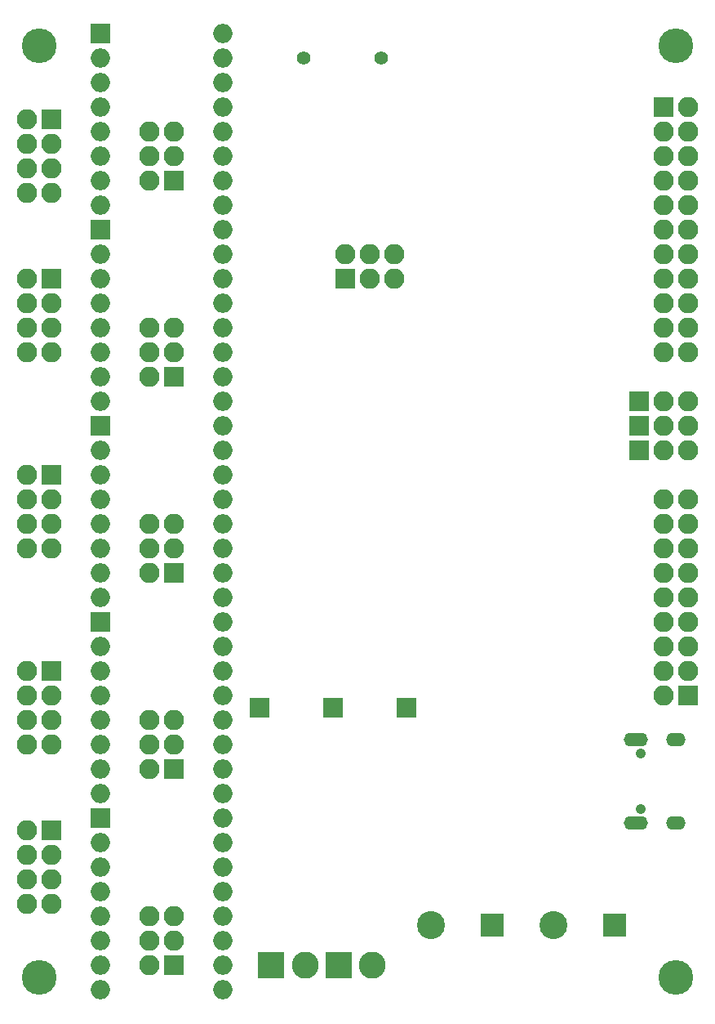
<source format=gbr>
G04 #@! TF.GenerationSoftware,KiCad,Pcbnew,5.1.2-f72e74a~84~ubuntu18.04.1*
G04 #@! TF.CreationDate,2019-07-05T19:17:41+01:00*
G04 #@! TF.ProjectId,esp32controller,65737033-3263-46f6-9e74-726f6c6c6572,rev?*
G04 #@! TF.SameCoordinates,Original*
G04 #@! TF.FileFunction,Soldermask,Bot*
G04 #@! TF.FilePolarity,Negative*
%FSLAX46Y46*%
G04 Gerber Fmt 4.6, Leading zero omitted, Abs format (unit mm)*
G04 Created by KiCad (PCBNEW 5.1.2-f72e74a~84~ubuntu18.04.1) date 2019-07-05 19:17:41*
%MOMM*%
%LPD*%
G04 APERTURE LIST*
%ADD10O,2.100000X2.100000*%
%ADD11R,2.100000X2.100000*%
%ADD12O,2.000000X2.000000*%
%ADD13R,2.000000X2.000000*%
%ADD14C,3.600000*%
%ADD15C,1.400000*%
%ADD16C,1.050000*%
%ADD17O,2.000000X1.400000*%
%ADD18O,2.500000X1.400000*%
%ADD19R,2.398980X2.398980*%
%ADD20C,2.899360*%
%ADD21R,2.800000X2.800000*%
%ADD22C,2.800000*%
G04 APERTURE END LIST*
D10*
X67310000Y-49530000D03*
X69850000Y-49530000D03*
X67310000Y-52070000D03*
X69850000Y-52070000D03*
X67310000Y-54610000D03*
X69850000Y-54610000D03*
X67310000Y-57150000D03*
X69850000Y-57150000D03*
X67310000Y-59690000D03*
X69850000Y-59690000D03*
X67310000Y-62230000D03*
X69850000Y-62230000D03*
X67310000Y-64770000D03*
X69850000Y-64770000D03*
X67310000Y-67310000D03*
X69850000Y-67310000D03*
X67310000Y-69850000D03*
D11*
X69850000Y-69850000D03*
X67310000Y-8890000D03*
D10*
X69850000Y-8890000D03*
X67310000Y-11430000D03*
X69850000Y-11430000D03*
X67310000Y-13970000D03*
X69850000Y-13970000D03*
X67310000Y-16510000D03*
X69850000Y-16510000D03*
X67310000Y-19050000D03*
X69850000Y-19050000D03*
X67310000Y-21590000D03*
X69850000Y-21590000D03*
X67310000Y-24130000D03*
X69850000Y-24130000D03*
X67310000Y-26670000D03*
X69850000Y-26670000D03*
X67310000Y-29210000D03*
X69850000Y-29210000D03*
X67310000Y-31750000D03*
X69850000Y-31750000D03*
X67310000Y-34290000D03*
X69850000Y-34290000D03*
D12*
X21590000Y-1270000D03*
X8890000Y-19050000D03*
X21590000Y-3810000D03*
X8890000Y-16510000D03*
X21590000Y-6350000D03*
X8890000Y-13970000D03*
X21590000Y-8890000D03*
X8890000Y-11430000D03*
X21590000Y-11430000D03*
X8890000Y-8890000D03*
X21590000Y-13970000D03*
X8890000Y-6350000D03*
X21590000Y-16510000D03*
X8890000Y-3810000D03*
X21590000Y-19050000D03*
D13*
X8890000Y-1270000D03*
D14*
X68580000Y-2540000D03*
X2540000Y-2540000D03*
X2540000Y-99060000D03*
X68580000Y-99060000D03*
D13*
X8890000Y-62230000D03*
D12*
X21590000Y-80010000D03*
X8890000Y-64770000D03*
X21590000Y-77470000D03*
X8890000Y-67310000D03*
X21590000Y-74930000D03*
X8890000Y-69850000D03*
X21590000Y-72390000D03*
X8890000Y-72390000D03*
X21590000Y-69850000D03*
X8890000Y-74930000D03*
X21590000Y-67310000D03*
X8890000Y-77470000D03*
X21590000Y-64770000D03*
X8890000Y-80010000D03*
X21590000Y-62230000D03*
D13*
X8890000Y-21590000D03*
D12*
X21590000Y-39370000D03*
X8890000Y-24130000D03*
X21590000Y-36830000D03*
X8890000Y-26670000D03*
X21590000Y-34290000D03*
X8890000Y-29210000D03*
X21590000Y-31750000D03*
X8890000Y-31750000D03*
X21590000Y-29210000D03*
X8890000Y-34290000D03*
X21590000Y-26670000D03*
X8890000Y-36830000D03*
X21590000Y-24130000D03*
X8890000Y-39370000D03*
X21590000Y-21590000D03*
X21590000Y-82550000D03*
X8890000Y-100330000D03*
X21590000Y-85090000D03*
X8890000Y-97790000D03*
X21590000Y-87630000D03*
X8890000Y-95250000D03*
X21590000Y-90170000D03*
X8890000Y-92710000D03*
X21590000Y-92710000D03*
X8890000Y-90170000D03*
X21590000Y-95250000D03*
X8890000Y-87630000D03*
X21590000Y-97790000D03*
X8890000Y-85090000D03*
X21590000Y-100330000D03*
D13*
X8890000Y-82550000D03*
X8890000Y-41910000D03*
D12*
X21590000Y-59690000D03*
X8890000Y-44450000D03*
X21590000Y-57150000D03*
X8890000Y-46990000D03*
X21590000Y-54610000D03*
X8890000Y-49530000D03*
X21590000Y-52070000D03*
X8890000Y-52070000D03*
X21590000Y-49530000D03*
X8890000Y-54610000D03*
X21590000Y-46990000D03*
X8890000Y-57150000D03*
X21590000Y-44450000D03*
X8890000Y-59690000D03*
X21590000Y-41910000D03*
D11*
X16510000Y-16510000D03*
D10*
X13970000Y-16510000D03*
X16510000Y-13970000D03*
X13970000Y-13970000D03*
X16510000Y-11430000D03*
X13970000Y-11430000D03*
X13970000Y-72390000D03*
X16510000Y-72390000D03*
X13970000Y-74930000D03*
X16510000Y-74930000D03*
X13970000Y-77470000D03*
D11*
X16510000Y-77470000D03*
D10*
X1270000Y-17780000D03*
X3810000Y-17780000D03*
X1270000Y-15240000D03*
X3810000Y-15240000D03*
X1270000Y-12700000D03*
X3810000Y-12700000D03*
X1270000Y-10160000D03*
D11*
X3810000Y-10160000D03*
D10*
X1270000Y-74930000D03*
X3810000Y-74930000D03*
X1270000Y-72390000D03*
X3810000Y-72390000D03*
X1270000Y-69850000D03*
X3810000Y-69850000D03*
X1270000Y-67310000D03*
D11*
X3810000Y-67310000D03*
D10*
X13970000Y-31750000D03*
X16510000Y-31750000D03*
X13970000Y-34290000D03*
X16510000Y-34290000D03*
X13970000Y-36830000D03*
D11*
X16510000Y-36830000D03*
X16510000Y-97790000D03*
D10*
X13970000Y-97790000D03*
X16510000Y-95250000D03*
X13970000Y-95250000D03*
X16510000Y-92710000D03*
X13970000Y-92710000D03*
X1270000Y-34290000D03*
X3810000Y-34290000D03*
X1270000Y-31750000D03*
X3810000Y-31750000D03*
X1270000Y-29210000D03*
X3810000Y-29210000D03*
X1270000Y-26670000D03*
D11*
X3810000Y-26670000D03*
X3810000Y-83820000D03*
D10*
X1270000Y-83820000D03*
X3810000Y-86360000D03*
X1270000Y-86360000D03*
X3810000Y-88900000D03*
X1270000Y-88900000D03*
X3810000Y-91440000D03*
X1270000Y-91440000D03*
X13970000Y-52070000D03*
X16510000Y-52070000D03*
X13970000Y-54610000D03*
X16510000Y-54610000D03*
X13970000Y-57150000D03*
D11*
X16510000Y-57150000D03*
X3810000Y-46990000D03*
D10*
X1270000Y-46990000D03*
X3810000Y-49530000D03*
X1270000Y-49530000D03*
X3810000Y-52070000D03*
X1270000Y-52070000D03*
X3810000Y-54610000D03*
X1270000Y-54610000D03*
D15*
X37950000Y-3810000D03*
X29970000Y-3810000D03*
D16*
X64930000Y-81630000D03*
X64930000Y-75850000D03*
D17*
X68580000Y-83060000D03*
X68580000Y-74420000D03*
D18*
X64400000Y-74420000D03*
X64400000Y-83060000D03*
D19*
X62166500Y-93573600D03*
D20*
X55816500Y-93573600D03*
D11*
X25400000Y-71120000D03*
X33020000Y-71120000D03*
X40640000Y-71120000D03*
D21*
X26591500Y-97790000D03*
D22*
X30091500Y-97790000D03*
X37091500Y-97790000D03*
D21*
X33591500Y-97790000D03*
D20*
X43116500Y-93573600D03*
D19*
X49466500Y-93573600D03*
D11*
X34290000Y-26670000D03*
D10*
X34290000Y-24130000D03*
X36830000Y-26670000D03*
X36830000Y-24130000D03*
X39370000Y-26670000D03*
X39370000Y-24130000D03*
D11*
X64770000Y-39370000D03*
D10*
X67310000Y-39370000D03*
X69850000Y-39370000D03*
X69850000Y-41910000D03*
X67310000Y-41910000D03*
D11*
X64770000Y-41910000D03*
X64770000Y-44450000D03*
D10*
X67310000Y-44450000D03*
X69850000Y-44450000D03*
M02*

</source>
